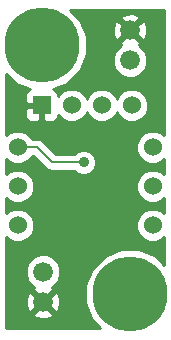
<source format=gbl>
G04 (created by PCBNEW-RS274X (2012-01-19 BZR 3256)-stable) date 23/01/2013 13:42:51*
G01*
G70*
G90*
%MOIN*%
G04 Gerber Fmt 3.4, Leading zero omitted, Abs format*
%FSLAX34Y34*%
G04 APERTURE LIST*
%ADD10C,0.006000*%
%ADD11R,0.060000X0.060000*%
%ADD12C,0.060000*%
%ADD13C,0.066000*%
%ADD14C,0.250000*%
%ADD15C,0.035000*%
%ADD16C,0.008000*%
%ADD17C,0.010000*%
G04 APERTURE END LIST*
G54D10*
G54D11*
X63750Y-31000D03*
G54D12*
X64750Y-31000D03*
X65750Y-31000D03*
X66750Y-31000D03*
G54D13*
X63800Y-36550D03*
X63800Y-37550D03*
X66700Y-29500D03*
X66700Y-28500D03*
G54D14*
X63750Y-29000D03*
X66700Y-37300D03*
G54D12*
X62950Y-35000D03*
X67450Y-35000D03*
X62950Y-33700D03*
X67450Y-33700D03*
X62950Y-32400D03*
X67450Y-32400D03*
G54D15*
X65150Y-32900D03*
G54D16*
X65150Y-32900D02*
X64100Y-32900D01*
X63600Y-32400D02*
X62950Y-32400D01*
X64100Y-32900D02*
X63600Y-32400D01*
G54D10*
G36*
X67825Y-36304D02*
X67551Y-36029D01*
X67000Y-35801D01*
X66403Y-35800D01*
X65852Y-36028D01*
X65429Y-36449D01*
X65201Y-37000D01*
X65200Y-37597D01*
X65428Y-38148D01*
X65703Y-38425D01*
X64380Y-38425D01*
X64380Y-36666D01*
X64380Y-36435D01*
X64292Y-36222D01*
X64129Y-36059D01*
X63916Y-35970D01*
X63685Y-35970D01*
X63472Y-36058D01*
X63309Y-36221D01*
X63220Y-36434D01*
X63220Y-36665D01*
X63308Y-36878D01*
X63471Y-37041D01*
X63502Y-37053D01*
X63502Y-37054D01*
X63471Y-37150D01*
X63800Y-37479D01*
X64129Y-37150D01*
X64098Y-37054D01*
X64128Y-37042D01*
X64291Y-36879D01*
X64380Y-36666D01*
X64380Y-38425D01*
X64373Y-38425D01*
X64373Y-37636D01*
X64362Y-37411D01*
X64296Y-37252D01*
X64200Y-37221D01*
X63871Y-37550D01*
X64200Y-37879D01*
X64296Y-37848D01*
X64373Y-37636D01*
X64373Y-38425D01*
X64129Y-38425D01*
X64129Y-37950D01*
X63800Y-37621D01*
X63729Y-37692D01*
X63729Y-37550D01*
X63400Y-37221D01*
X63304Y-37252D01*
X63227Y-37464D01*
X63238Y-37689D01*
X63304Y-37848D01*
X63400Y-37879D01*
X63729Y-37550D01*
X63729Y-37692D01*
X63471Y-37950D01*
X63502Y-38046D01*
X63714Y-38123D01*
X63939Y-38112D01*
X64098Y-38046D01*
X64129Y-37950D01*
X64129Y-38425D01*
X62575Y-38425D01*
X62575Y-35401D01*
X62639Y-35465D01*
X62841Y-35549D01*
X63059Y-35549D01*
X63261Y-35465D01*
X63415Y-35311D01*
X63499Y-35109D01*
X63499Y-34891D01*
X63415Y-34689D01*
X63261Y-34535D01*
X63059Y-34451D01*
X62841Y-34451D01*
X62639Y-34535D01*
X62575Y-34599D01*
X62575Y-34101D01*
X62639Y-34165D01*
X62841Y-34249D01*
X63059Y-34249D01*
X63261Y-34165D01*
X63415Y-34011D01*
X63499Y-33809D01*
X63499Y-33591D01*
X63415Y-33389D01*
X63261Y-33235D01*
X63059Y-33151D01*
X62841Y-33151D01*
X62639Y-33235D01*
X62575Y-33299D01*
X62575Y-32801D01*
X62639Y-32865D01*
X62841Y-32949D01*
X63059Y-32949D01*
X63261Y-32865D01*
X63415Y-32711D01*
X63423Y-32690D01*
X63480Y-32690D01*
X63895Y-33105D01*
X63989Y-33168D01*
X64100Y-33190D01*
X64839Y-33190D01*
X64909Y-33260D01*
X65065Y-33325D01*
X65234Y-33325D01*
X65390Y-33261D01*
X65510Y-33141D01*
X65575Y-32985D01*
X65575Y-32816D01*
X65511Y-32660D01*
X65391Y-32540D01*
X65235Y-32475D01*
X65066Y-32475D01*
X64910Y-32539D01*
X64839Y-32610D01*
X64220Y-32610D01*
X63805Y-32195D01*
X63711Y-32132D01*
X63700Y-32129D01*
X63700Y-31488D01*
X63700Y-31050D01*
X63262Y-31050D01*
X63200Y-31112D01*
X63201Y-31251D01*
X63201Y-31350D01*
X63239Y-31441D01*
X63309Y-31511D01*
X63401Y-31549D01*
X63638Y-31550D01*
X63700Y-31488D01*
X63700Y-32129D01*
X63600Y-32110D01*
X63423Y-32110D01*
X63415Y-32089D01*
X63261Y-31935D01*
X63059Y-31851D01*
X62841Y-31851D01*
X62639Y-31935D01*
X62575Y-31999D01*
X62575Y-29945D01*
X62899Y-30271D01*
X63367Y-30464D01*
X63309Y-30489D01*
X63239Y-30559D01*
X63201Y-30650D01*
X63201Y-30749D01*
X63200Y-30888D01*
X63262Y-30950D01*
X63650Y-30950D01*
X63700Y-30950D01*
X63800Y-30950D01*
X63800Y-31050D01*
X63800Y-31100D01*
X63800Y-31488D01*
X63862Y-31550D01*
X64099Y-31549D01*
X64191Y-31511D01*
X64261Y-31441D01*
X64299Y-31350D01*
X64299Y-31325D01*
X64439Y-31465D01*
X64641Y-31549D01*
X64859Y-31549D01*
X65061Y-31465D01*
X65215Y-31311D01*
X65250Y-31226D01*
X65285Y-31311D01*
X65439Y-31465D01*
X65641Y-31549D01*
X65859Y-31549D01*
X66061Y-31465D01*
X66215Y-31311D01*
X66250Y-31226D01*
X66285Y-31311D01*
X66439Y-31465D01*
X66641Y-31549D01*
X66859Y-31549D01*
X67061Y-31465D01*
X67215Y-31311D01*
X67299Y-31109D01*
X67299Y-30891D01*
X67280Y-30845D01*
X67280Y-29616D01*
X67280Y-29385D01*
X67273Y-29368D01*
X67273Y-28586D01*
X67262Y-28361D01*
X67196Y-28202D01*
X67100Y-28171D01*
X67029Y-28242D01*
X67029Y-28100D01*
X66998Y-28004D01*
X66786Y-27927D01*
X66561Y-27938D01*
X66402Y-28004D01*
X66371Y-28100D01*
X66700Y-28429D01*
X67029Y-28100D01*
X67029Y-28242D01*
X66771Y-28500D01*
X67100Y-28829D01*
X67196Y-28798D01*
X67273Y-28586D01*
X67273Y-29368D01*
X67192Y-29172D01*
X67029Y-29009D01*
X66998Y-28996D01*
X67029Y-28900D01*
X66700Y-28571D01*
X66629Y-28642D01*
X66629Y-28500D01*
X66300Y-28171D01*
X66204Y-28202D01*
X66127Y-28414D01*
X66138Y-28639D01*
X66204Y-28798D01*
X66300Y-28829D01*
X66629Y-28500D01*
X66629Y-28642D01*
X66371Y-28900D01*
X66401Y-28995D01*
X66372Y-29008D01*
X66209Y-29171D01*
X66120Y-29384D01*
X66120Y-29615D01*
X66208Y-29828D01*
X66371Y-29991D01*
X66584Y-30080D01*
X66815Y-30080D01*
X67028Y-29992D01*
X67191Y-29829D01*
X67280Y-29616D01*
X67280Y-30845D01*
X67215Y-30689D01*
X67061Y-30535D01*
X66859Y-30451D01*
X66641Y-30451D01*
X66439Y-30535D01*
X66285Y-30689D01*
X66250Y-30773D01*
X66215Y-30689D01*
X66061Y-30535D01*
X65859Y-30451D01*
X65641Y-30451D01*
X65439Y-30535D01*
X65285Y-30689D01*
X65250Y-30773D01*
X65215Y-30689D01*
X65061Y-30535D01*
X64859Y-30451D01*
X64641Y-30451D01*
X64439Y-30535D01*
X64299Y-30675D01*
X64299Y-30650D01*
X64261Y-30559D01*
X64191Y-30489D01*
X64132Y-30464D01*
X64598Y-30272D01*
X65021Y-29851D01*
X65249Y-29300D01*
X65250Y-28703D01*
X65022Y-28152D01*
X64696Y-27825D01*
X67825Y-27825D01*
X67825Y-31999D01*
X67761Y-31935D01*
X67559Y-31851D01*
X67341Y-31851D01*
X67139Y-31935D01*
X66985Y-32089D01*
X66901Y-32291D01*
X66901Y-32509D01*
X66985Y-32711D01*
X67139Y-32865D01*
X67341Y-32949D01*
X67559Y-32949D01*
X67761Y-32865D01*
X67825Y-32801D01*
X67825Y-33299D01*
X67761Y-33235D01*
X67559Y-33151D01*
X67341Y-33151D01*
X67139Y-33235D01*
X66985Y-33389D01*
X66901Y-33591D01*
X66901Y-33809D01*
X66985Y-34011D01*
X67139Y-34165D01*
X67341Y-34249D01*
X67559Y-34249D01*
X67761Y-34165D01*
X67825Y-34101D01*
X67825Y-34599D01*
X67761Y-34535D01*
X67559Y-34451D01*
X67341Y-34451D01*
X67139Y-34535D01*
X66985Y-34689D01*
X66901Y-34891D01*
X66901Y-35109D01*
X66985Y-35311D01*
X67139Y-35465D01*
X67341Y-35549D01*
X67559Y-35549D01*
X67761Y-35465D01*
X67825Y-35401D01*
X67825Y-36304D01*
X67825Y-36304D01*
G37*
G54D17*
X67825Y-36304D02*
X67551Y-36029D01*
X67000Y-35801D01*
X66403Y-35800D01*
X65852Y-36028D01*
X65429Y-36449D01*
X65201Y-37000D01*
X65200Y-37597D01*
X65428Y-38148D01*
X65703Y-38425D01*
X64380Y-38425D01*
X64380Y-36666D01*
X64380Y-36435D01*
X64292Y-36222D01*
X64129Y-36059D01*
X63916Y-35970D01*
X63685Y-35970D01*
X63472Y-36058D01*
X63309Y-36221D01*
X63220Y-36434D01*
X63220Y-36665D01*
X63308Y-36878D01*
X63471Y-37041D01*
X63502Y-37053D01*
X63502Y-37054D01*
X63471Y-37150D01*
X63800Y-37479D01*
X64129Y-37150D01*
X64098Y-37054D01*
X64128Y-37042D01*
X64291Y-36879D01*
X64380Y-36666D01*
X64380Y-38425D01*
X64373Y-38425D01*
X64373Y-37636D01*
X64362Y-37411D01*
X64296Y-37252D01*
X64200Y-37221D01*
X63871Y-37550D01*
X64200Y-37879D01*
X64296Y-37848D01*
X64373Y-37636D01*
X64373Y-38425D01*
X64129Y-38425D01*
X64129Y-37950D01*
X63800Y-37621D01*
X63729Y-37692D01*
X63729Y-37550D01*
X63400Y-37221D01*
X63304Y-37252D01*
X63227Y-37464D01*
X63238Y-37689D01*
X63304Y-37848D01*
X63400Y-37879D01*
X63729Y-37550D01*
X63729Y-37692D01*
X63471Y-37950D01*
X63502Y-38046D01*
X63714Y-38123D01*
X63939Y-38112D01*
X64098Y-38046D01*
X64129Y-37950D01*
X64129Y-38425D01*
X62575Y-38425D01*
X62575Y-35401D01*
X62639Y-35465D01*
X62841Y-35549D01*
X63059Y-35549D01*
X63261Y-35465D01*
X63415Y-35311D01*
X63499Y-35109D01*
X63499Y-34891D01*
X63415Y-34689D01*
X63261Y-34535D01*
X63059Y-34451D01*
X62841Y-34451D01*
X62639Y-34535D01*
X62575Y-34599D01*
X62575Y-34101D01*
X62639Y-34165D01*
X62841Y-34249D01*
X63059Y-34249D01*
X63261Y-34165D01*
X63415Y-34011D01*
X63499Y-33809D01*
X63499Y-33591D01*
X63415Y-33389D01*
X63261Y-33235D01*
X63059Y-33151D01*
X62841Y-33151D01*
X62639Y-33235D01*
X62575Y-33299D01*
X62575Y-32801D01*
X62639Y-32865D01*
X62841Y-32949D01*
X63059Y-32949D01*
X63261Y-32865D01*
X63415Y-32711D01*
X63423Y-32690D01*
X63480Y-32690D01*
X63895Y-33105D01*
X63989Y-33168D01*
X64100Y-33190D01*
X64839Y-33190D01*
X64909Y-33260D01*
X65065Y-33325D01*
X65234Y-33325D01*
X65390Y-33261D01*
X65510Y-33141D01*
X65575Y-32985D01*
X65575Y-32816D01*
X65511Y-32660D01*
X65391Y-32540D01*
X65235Y-32475D01*
X65066Y-32475D01*
X64910Y-32539D01*
X64839Y-32610D01*
X64220Y-32610D01*
X63805Y-32195D01*
X63711Y-32132D01*
X63700Y-32129D01*
X63700Y-31488D01*
X63700Y-31050D01*
X63262Y-31050D01*
X63200Y-31112D01*
X63201Y-31251D01*
X63201Y-31350D01*
X63239Y-31441D01*
X63309Y-31511D01*
X63401Y-31549D01*
X63638Y-31550D01*
X63700Y-31488D01*
X63700Y-32129D01*
X63600Y-32110D01*
X63423Y-32110D01*
X63415Y-32089D01*
X63261Y-31935D01*
X63059Y-31851D01*
X62841Y-31851D01*
X62639Y-31935D01*
X62575Y-31999D01*
X62575Y-29945D01*
X62899Y-30271D01*
X63367Y-30464D01*
X63309Y-30489D01*
X63239Y-30559D01*
X63201Y-30650D01*
X63201Y-30749D01*
X63200Y-30888D01*
X63262Y-30950D01*
X63650Y-30950D01*
X63700Y-30950D01*
X63800Y-30950D01*
X63800Y-31050D01*
X63800Y-31100D01*
X63800Y-31488D01*
X63862Y-31550D01*
X64099Y-31549D01*
X64191Y-31511D01*
X64261Y-31441D01*
X64299Y-31350D01*
X64299Y-31325D01*
X64439Y-31465D01*
X64641Y-31549D01*
X64859Y-31549D01*
X65061Y-31465D01*
X65215Y-31311D01*
X65250Y-31226D01*
X65285Y-31311D01*
X65439Y-31465D01*
X65641Y-31549D01*
X65859Y-31549D01*
X66061Y-31465D01*
X66215Y-31311D01*
X66250Y-31226D01*
X66285Y-31311D01*
X66439Y-31465D01*
X66641Y-31549D01*
X66859Y-31549D01*
X67061Y-31465D01*
X67215Y-31311D01*
X67299Y-31109D01*
X67299Y-30891D01*
X67280Y-30845D01*
X67280Y-29616D01*
X67280Y-29385D01*
X67273Y-29368D01*
X67273Y-28586D01*
X67262Y-28361D01*
X67196Y-28202D01*
X67100Y-28171D01*
X67029Y-28242D01*
X67029Y-28100D01*
X66998Y-28004D01*
X66786Y-27927D01*
X66561Y-27938D01*
X66402Y-28004D01*
X66371Y-28100D01*
X66700Y-28429D01*
X67029Y-28100D01*
X67029Y-28242D01*
X66771Y-28500D01*
X67100Y-28829D01*
X67196Y-28798D01*
X67273Y-28586D01*
X67273Y-29368D01*
X67192Y-29172D01*
X67029Y-29009D01*
X66998Y-28996D01*
X67029Y-28900D01*
X66700Y-28571D01*
X66629Y-28642D01*
X66629Y-28500D01*
X66300Y-28171D01*
X66204Y-28202D01*
X66127Y-28414D01*
X66138Y-28639D01*
X66204Y-28798D01*
X66300Y-28829D01*
X66629Y-28500D01*
X66629Y-28642D01*
X66371Y-28900D01*
X66401Y-28995D01*
X66372Y-29008D01*
X66209Y-29171D01*
X66120Y-29384D01*
X66120Y-29615D01*
X66208Y-29828D01*
X66371Y-29991D01*
X66584Y-30080D01*
X66815Y-30080D01*
X67028Y-29992D01*
X67191Y-29829D01*
X67280Y-29616D01*
X67280Y-30845D01*
X67215Y-30689D01*
X67061Y-30535D01*
X66859Y-30451D01*
X66641Y-30451D01*
X66439Y-30535D01*
X66285Y-30689D01*
X66250Y-30773D01*
X66215Y-30689D01*
X66061Y-30535D01*
X65859Y-30451D01*
X65641Y-30451D01*
X65439Y-30535D01*
X65285Y-30689D01*
X65250Y-30773D01*
X65215Y-30689D01*
X65061Y-30535D01*
X64859Y-30451D01*
X64641Y-30451D01*
X64439Y-30535D01*
X64299Y-30675D01*
X64299Y-30650D01*
X64261Y-30559D01*
X64191Y-30489D01*
X64132Y-30464D01*
X64598Y-30272D01*
X65021Y-29851D01*
X65249Y-29300D01*
X65250Y-28703D01*
X65022Y-28152D01*
X64696Y-27825D01*
X67825Y-27825D01*
X67825Y-31999D01*
X67761Y-31935D01*
X67559Y-31851D01*
X67341Y-31851D01*
X67139Y-31935D01*
X66985Y-32089D01*
X66901Y-32291D01*
X66901Y-32509D01*
X66985Y-32711D01*
X67139Y-32865D01*
X67341Y-32949D01*
X67559Y-32949D01*
X67761Y-32865D01*
X67825Y-32801D01*
X67825Y-33299D01*
X67761Y-33235D01*
X67559Y-33151D01*
X67341Y-33151D01*
X67139Y-33235D01*
X66985Y-33389D01*
X66901Y-33591D01*
X66901Y-33809D01*
X66985Y-34011D01*
X67139Y-34165D01*
X67341Y-34249D01*
X67559Y-34249D01*
X67761Y-34165D01*
X67825Y-34101D01*
X67825Y-34599D01*
X67761Y-34535D01*
X67559Y-34451D01*
X67341Y-34451D01*
X67139Y-34535D01*
X66985Y-34689D01*
X66901Y-34891D01*
X66901Y-35109D01*
X66985Y-35311D01*
X67139Y-35465D01*
X67341Y-35549D01*
X67559Y-35549D01*
X67761Y-35465D01*
X67825Y-35401D01*
X67825Y-36304D01*
M02*

</source>
